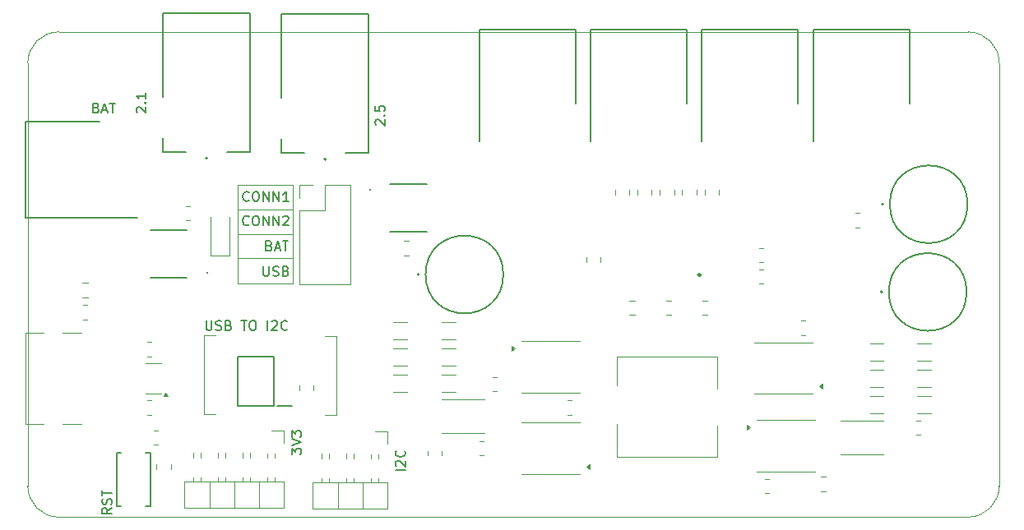
<source format=gbr>
%TF.GenerationSoftware,KiCad,Pcbnew,8.0.6*%
%TF.CreationDate,2026-01-03T17:25:48-08:00*%
%TF.ProjectId,USBPD_Board,55534250-445f-4426-9f61-72642e6b6963,A*%
%TF.SameCoordinates,PX5f5e100PY7270e00*%
%TF.FileFunction,Legend,Top*%
%TF.FilePolarity,Positive*%
%FSLAX46Y46*%
G04 Gerber Fmt 4.6, Leading zero omitted, Abs format (unit mm)*
G04 Created by KiCad (PCBNEW 8.0.6) date 2026-01-03 17:25:48*
%MOMM*%
%LPD*%
G01*
G04 APERTURE LIST*
%ADD10C,0.100000*%
%ADD11C,0.150000*%
%ADD12C,0.153000*%
%ADD13C,0.250000*%
%ADD14C,0.120000*%
%ADD15C,0.200000*%
%ADD16C,0.127000*%
%TA.AperFunction,Profile*%
%ADD17C,0.050000*%
%TD*%
G04 APERTURE END LIST*
D10*
X31750000Y10550000D02*
X30550000Y10550000D01*
X31750000Y10550000D02*
X31750000Y18650000D01*
X27300000Y29150000D02*
X21600000Y29150000D01*
X27300000Y24100000D02*
X27300000Y34200000D01*
X31750000Y18650000D02*
X30550000Y18650000D01*
X18100000Y10650000D02*
X19300000Y10650000D01*
X18100000Y18750000D02*
X18100000Y10650000D01*
X21600000Y24100000D02*
X27300000Y24100000D01*
X18100000Y18750000D02*
X19300000Y18750000D01*
X27300000Y26700000D02*
X21600000Y26700000D01*
X27300000Y31700000D02*
X21600000Y31700000D01*
X21600000Y34200000D02*
X21600000Y24100000D01*
X27300000Y34200000D02*
X21600000Y34200000D01*
D11*
X22761904Y30140420D02*
X22714285Y30092800D01*
X22714285Y30092800D02*
X22571428Y30045181D01*
X22571428Y30045181D02*
X22476190Y30045181D01*
X22476190Y30045181D02*
X22333333Y30092800D01*
X22333333Y30092800D02*
X22238095Y30188039D01*
X22238095Y30188039D02*
X22190476Y30283277D01*
X22190476Y30283277D02*
X22142857Y30473753D01*
X22142857Y30473753D02*
X22142857Y30616610D01*
X22142857Y30616610D02*
X22190476Y30807086D01*
X22190476Y30807086D02*
X22238095Y30902324D01*
X22238095Y30902324D02*
X22333333Y30997562D01*
X22333333Y30997562D02*
X22476190Y31045181D01*
X22476190Y31045181D02*
X22571428Y31045181D01*
X22571428Y31045181D02*
X22714285Y30997562D01*
X22714285Y30997562D02*
X22761904Y30949943D01*
X23380952Y31045181D02*
X23571428Y31045181D01*
X23571428Y31045181D02*
X23666666Y30997562D01*
X23666666Y30997562D02*
X23761904Y30902324D01*
X23761904Y30902324D02*
X23809523Y30711848D01*
X23809523Y30711848D02*
X23809523Y30378515D01*
X23809523Y30378515D02*
X23761904Y30188039D01*
X23761904Y30188039D02*
X23666666Y30092800D01*
X23666666Y30092800D02*
X23571428Y30045181D01*
X23571428Y30045181D02*
X23380952Y30045181D01*
X23380952Y30045181D02*
X23285714Y30092800D01*
X23285714Y30092800D02*
X23190476Y30188039D01*
X23190476Y30188039D02*
X23142857Y30378515D01*
X23142857Y30378515D02*
X23142857Y30711848D01*
X23142857Y30711848D02*
X23190476Y30902324D01*
X23190476Y30902324D02*
X23285714Y30997562D01*
X23285714Y30997562D02*
X23380952Y31045181D01*
X24238095Y30045181D02*
X24238095Y31045181D01*
X24238095Y31045181D02*
X24809523Y30045181D01*
X24809523Y30045181D02*
X24809523Y31045181D01*
X25285714Y30045181D02*
X25285714Y31045181D01*
X25285714Y31045181D02*
X25857142Y30045181D01*
X25857142Y30045181D02*
X25857142Y31045181D01*
X26285714Y30949943D02*
X26333333Y30997562D01*
X26333333Y30997562D02*
X26428571Y31045181D01*
X26428571Y31045181D02*
X26666666Y31045181D01*
X26666666Y31045181D02*
X26761904Y30997562D01*
X26761904Y30997562D02*
X26809523Y30949943D01*
X26809523Y30949943D02*
X26857142Y30854705D01*
X26857142Y30854705D02*
X26857142Y30759467D01*
X26857142Y30759467D02*
X26809523Y30616610D01*
X26809523Y30616610D02*
X26238095Y30045181D01*
X26238095Y30045181D02*
X26857142Y30045181D01*
D12*
X11249901Y41700001D02*
X11202282Y41747620D01*
X11202282Y41747620D02*
X11154663Y41842858D01*
X11154663Y41842858D02*
X11154663Y42080953D01*
X11154663Y42080953D02*
X11202282Y42176191D01*
X11202282Y42176191D02*
X11249901Y42223810D01*
X11249901Y42223810D02*
X11345139Y42271429D01*
X11345139Y42271429D02*
X11440377Y42271429D01*
X11440377Y42271429D02*
X11583234Y42223810D01*
X11583234Y42223810D02*
X12154663Y41652382D01*
X12154663Y41652382D02*
X12154663Y42271429D01*
X12059424Y42700001D02*
X12107044Y42747620D01*
X12107044Y42747620D02*
X12154663Y42700001D01*
X12154663Y42700001D02*
X12107044Y42652382D01*
X12107044Y42652382D02*
X12059424Y42700001D01*
X12059424Y42700001D02*
X12154663Y42700001D01*
X12154663Y43700000D02*
X12154663Y43128572D01*
X12154663Y43414286D02*
X11154663Y43414286D01*
X11154663Y43414286D02*
X11297520Y43319048D01*
X11297520Y43319048D02*
X11392758Y43223810D01*
X11392758Y43223810D02*
X11440377Y43128572D01*
D11*
X24861904Y27968991D02*
X25004761Y27921372D01*
X25004761Y27921372D02*
X25052380Y27873753D01*
X25052380Y27873753D02*
X25099999Y27778515D01*
X25099999Y27778515D02*
X25099999Y27635658D01*
X25099999Y27635658D02*
X25052380Y27540420D01*
X25052380Y27540420D02*
X25004761Y27492800D01*
X25004761Y27492800D02*
X24909523Y27445181D01*
X24909523Y27445181D02*
X24528571Y27445181D01*
X24528571Y27445181D02*
X24528571Y28445181D01*
X24528571Y28445181D02*
X24861904Y28445181D01*
X24861904Y28445181D02*
X24957142Y28397562D01*
X24957142Y28397562D02*
X25004761Y28349943D01*
X25004761Y28349943D02*
X25052380Y28254705D01*
X25052380Y28254705D02*
X25052380Y28159467D01*
X25052380Y28159467D02*
X25004761Y28064229D01*
X25004761Y28064229D02*
X24957142Y28016610D01*
X24957142Y28016610D02*
X24861904Y27968991D01*
X24861904Y27968991D02*
X24528571Y27968991D01*
X25480952Y27730896D02*
X25957142Y27730896D01*
X25385714Y27445181D02*
X25719047Y28445181D01*
X25719047Y28445181D02*
X26052380Y27445181D01*
X26242857Y28445181D02*
X26814285Y28445181D01*
X26528571Y27445181D02*
X26528571Y28445181D01*
X38854819Y4823811D02*
X37854819Y4823811D01*
X37950057Y5252382D02*
X37902438Y5300001D01*
X37902438Y5300001D02*
X37854819Y5395239D01*
X37854819Y5395239D02*
X37854819Y5633334D01*
X37854819Y5633334D02*
X37902438Y5728572D01*
X37902438Y5728572D02*
X37950057Y5776191D01*
X37950057Y5776191D02*
X38045295Y5823810D01*
X38045295Y5823810D02*
X38140533Y5823810D01*
X38140533Y5823810D02*
X38283390Y5776191D01*
X38283390Y5776191D02*
X38854819Y5204763D01*
X38854819Y5204763D02*
X38854819Y5823810D01*
X38759580Y6823810D02*
X38807200Y6776191D01*
X38807200Y6776191D02*
X38854819Y6633334D01*
X38854819Y6633334D02*
X38854819Y6538096D01*
X38854819Y6538096D02*
X38807200Y6395239D01*
X38807200Y6395239D02*
X38711961Y6300001D01*
X38711961Y6300001D02*
X38616723Y6252382D01*
X38616723Y6252382D02*
X38426247Y6204763D01*
X38426247Y6204763D02*
X38283390Y6204763D01*
X38283390Y6204763D02*
X38092914Y6252382D01*
X38092914Y6252382D02*
X37997676Y6300001D01*
X37997676Y6300001D02*
X37902438Y6395239D01*
X37902438Y6395239D02*
X37854819Y6538096D01*
X37854819Y6538096D02*
X37854819Y6633334D01*
X37854819Y6633334D02*
X37902438Y6776191D01*
X37902438Y6776191D02*
X37950057Y6823810D01*
D12*
X18357143Y20245337D02*
X18357143Y19435814D01*
X18357143Y19435814D02*
X18404762Y19340576D01*
X18404762Y19340576D02*
X18452381Y19292956D01*
X18452381Y19292956D02*
X18547619Y19245337D01*
X18547619Y19245337D02*
X18738095Y19245337D01*
X18738095Y19245337D02*
X18833333Y19292956D01*
X18833333Y19292956D02*
X18880952Y19340576D01*
X18880952Y19340576D02*
X18928571Y19435814D01*
X18928571Y19435814D02*
X18928571Y20245337D01*
X19357143Y19292956D02*
X19500000Y19245337D01*
X19500000Y19245337D02*
X19738095Y19245337D01*
X19738095Y19245337D02*
X19833333Y19292956D01*
X19833333Y19292956D02*
X19880952Y19340576D01*
X19880952Y19340576D02*
X19928571Y19435814D01*
X19928571Y19435814D02*
X19928571Y19531052D01*
X19928571Y19531052D02*
X19880952Y19626290D01*
X19880952Y19626290D02*
X19833333Y19673909D01*
X19833333Y19673909D02*
X19738095Y19721528D01*
X19738095Y19721528D02*
X19547619Y19769147D01*
X19547619Y19769147D02*
X19452381Y19816766D01*
X19452381Y19816766D02*
X19404762Y19864385D01*
X19404762Y19864385D02*
X19357143Y19959623D01*
X19357143Y19959623D02*
X19357143Y20054861D01*
X19357143Y20054861D02*
X19404762Y20150099D01*
X19404762Y20150099D02*
X19452381Y20197718D01*
X19452381Y20197718D02*
X19547619Y20245337D01*
X19547619Y20245337D02*
X19785714Y20245337D01*
X19785714Y20245337D02*
X19928571Y20197718D01*
X20690476Y19769147D02*
X20833333Y19721528D01*
X20833333Y19721528D02*
X20880952Y19673909D01*
X20880952Y19673909D02*
X20928571Y19578671D01*
X20928571Y19578671D02*
X20928571Y19435814D01*
X20928571Y19435814D02*
X20880952Y19340576D01*
X20880952Y19340576D02*
X20833333Y19292956D01*
X20833333Y19292956D02*
X20738095Y19245337D01*
X20738095Y19245337D02*
X20357143Y19245337D01*
X20357143Y19245337D02*
X20357143Y20245337D01*
X20357143Y20245337D02*
X20690476Y20245337D01*
X20690476Y20245337D02*
X20785714Y20197718D01*
X20785714Y20197718D02*
X20833333Y20150099D01*
X20833333Y20150099D02*
X20880952Y20054861D01*
X20880952Y20054861D02*
X20880952Y19959623D01*
X20880952Y19959623D02*
X20833333Y19864385D01*
X20833333Y19864385D02*
X20785714Y19816766D01*
X20785714Y19816766D02*
X20690476Y19769147D01*
X20690476Y19769147D02*
X20357143Y19769147D01*
X21976191Y20245337D02*
X22547619Y20245337D01*
X22261905Y19245337D02*
X22261905Y20245337D01*
X23071429Y20245337D02*
X23261905Y20245337D01*
X23261905Y20245337D02*
X23357143Y20197718D01*
X23357143Y20197718D02*
X23452381Y20102480D01*
X23452381Y20102480D02*
X23500000Y19912004D01*
X23500000Y19912004D02*
X23500000Y19578671D01*
X23500000Y19578671D02*
X23452381Y19388195D01*
X23452381Y19388195D02*
X23357143Y19292956D01*
X23357143Y19292956D02*
X23261905Y19245337D01*
X23261905Y19245337D02*
X23071429Y19245337D01*
X23071429Y19245337D02*
X22976191Y19292956D01*
X22976191Y19292956D02*
X22880953Y19388195D01*
X22880953Y19388195D02*
X22833334Y19578671D01*
X22833334Y19578671D02*
X22833334Y19912004D01*
X22833334Y19912004D02*
X22880953Y20102480D01*
X22880953Y20102480D02*
X22976191Y20197718D01*
X22976191Y20197718D02*
X23071429Y20245337D01*
X24690477Y19245337D02*
X24690477Y20245337D01*
X25119048Y20150099D02*
X25166667Y20197718D01*
X25166667Y20197718D02*
X25261905Y20245337D01*
X25261905Y20245337D02*
X25500000Y20245337D01*
X25500000Y20245337D02*
X25595238Y20197718D01*
X25595238Y20197718D02*
X25642857Y20150099D01*
X25642857Y20150099D02*
X25690476Y20054861D01*
X25690476Y20054861D02*
X25690476Y19959623D01*
X25690476Y19959623D02*
X25642857Y19816766D01*
X25642857Y19816766D02*
X25071429Y19245337D01*
X25071429Y19245337D02*
X25690476Y19245337D01*
X26690476Y19340576D02*
X26642857Y19292956D01*
X26642857Y19292956D02*
X26500000Y19245337D01*
X26500000Y19245337D02*
X26404762Y19245337D01*
X26404762Y19245337D02*
X26261905Y19292956D01*
X26261905Y19292956D02*
X26166667Y19388195D01*
X26166667Y19388195D02*
X26119048Y19483433D01*
X26119048Y19483433D02*
X26071429Y19673909D01*
X26071429Y19673909D02*
X26071429Y19816766D01*
X26071429Y19816766D02*
X26119048Y20007242D01*
X26119048Y20007242D02*
X26166667Y20102480D01*
X26166667Y20102480D02*
X26261905Y20197718D01*
X26261905Y20197718D02*
X26404762Y20245337D01*
X26404762Y20245337D02*
X26500000Y20245337D01*
X26500000Y20245337D02*
X26642857Y20197718D01*
X26642857Y20197718D02*
X26690476Y20150099D01*
D11*
X7061904Y42168991D02*
X7204761Y42121372D01*
X7204761Y42121372D02*
X7252380Y42073753D01*
X7252380Y42073753D02*
X7299999Y41978515D01*
X7299999Y41978515D02*
X7299999Y41835658D01*
X7299999Y41835658D02*
X7252380Y41740420D01*
X7252380Y41740420D02*
X7204761Y41692800D01*
X7204761Y41692800D02*
X7109523Y41645181D01*
X7109523Y41645181D02*
X6728571Y41645181D01*
X6728571Y41645181D02*
X6728571Y42645181D01*
X6728571Y42645181D02*
X7061904Y42645181D01*
X7061904Y42645181D02*
X7157142Y42597562D01*
X7157142Y42597562D02*
X7204761Y42549943D01*
X7204761Y42549943D02*
X7252380Y42454705D01*
X7252380Y42454705D02*
X7252380Y42359467D01*
X7252380Y42359467D02*
X7204761Y42264229D01*
X7204761Y42264229D02*
X7157142Y42216610D01*
X7157142Y42216610D02*
X7061904Y42168991D01*
X7061904Y42168991D02*
X6728571Y42168991D01*
X7680952Y41930896D02*
X8157142Y41930896D01*
X7585714Y41645181D02*
X7919047Y42645181D01*
X7919047Y42645181D02*
X8252380Y41645181D01*
X8442857Y42645181D02*
X9014285Y42645181D01*
X8728571Y41645181D02*
X8728571Y42645181D01*
D12*
X35849901Y40400001D02*
X35802282Y40447620D01*
X35802282Y40447620D02*
X35754663Y40542858D01*
X35754663Y40542858D02*
X35754663Y40780953D01*
X35754663Y40780953D02*
X35802282Y40876191D01*
X35802282Y40876191D02*
X35849901Y40923810D01*
X35849901Y40923810D02*
X35945139Y40971429D01*
X35945139Y40971429D02*
X36040377Y40971429D01*
X36040377Y40971429D02*
X36183234Y40923810D01*
X36183234Y40923810D02*
X36754663Y40352382D01*
X36754663Y40352382D02*
X36754663Y40971429D01*
X36659424Y41400001D02*
X36707044Y41447620D01*
X36707044Y41447620D02*
X36754663Y41400001D01*
X36754663Y41400001D02*
X36707044Y41352382D01*
X36707044Y41352382D02*
X36659424Y41400001D01*
X36659424Y41400001D02*
X36754663Y41400001D01*
X35754663Y42352381D02*
X35754663Y41876191D01*
X35754663Y41876191D02*
X36230853Y41828572D01*
X36230853Y41828572D02*
X36183234Y41876191D01*
X36183234Y41876191D02*
X36135615Y41971429D01*
X36135615Y41971429D02*
X36135615Y42209524D01*
X36135615Y42209524D02*
X36183234Y42304762D01*
X36183234Y42304762D02*
X36230853Y42352381D01*
X36230853Y42352381D02*
X36326091Y42400000D01*
X36326091Y42400000D02*
X36564186Y42400000D01*
X36564186Y42400000D02*
X36659424Y42352381D01*
X36659424Y42352381D02*
X36707044Y42304762D01*
X36707044Y42304762D02*
X36754663Y42209524D01*
X36754663Y42209524D02*
X36754663Y41971429D01*
X36754663Y41971429D02*
X36707044Y41876191D01*
X36707044Y41876191D02*
X36659424Y41828572D01*
X27154663Y6461906D02*
X27154663Y7080953D01*
X27154663Y7080953D02*
X27535615Y6747620D01*
X27535615Y6747620D02*
X27535615Y6890477D01*
X27535615Y6890477D02*
X27583234Y6985715D01*
X27583234Y6985715D02*
X27630853Y7033334D01*
X27630853Y7033334D02*
X27726091Y7080953D01*
X27726091Y7080953D02*
X27964186Y7080953D01*
X27964186Y7080953D02*
X28059424Y7033334D01*
X28059424Y7033334D02*
X28107044Y6985715D01*
X28107044Y6985715D02*
X28154663Y6890477D01*
X28154663Y6890477D02*
X28154663Y6604763D01*
X28154663Y6604763D02*
X28107044Y6509525D01*
X28107044Y6509525D02*
X28059424Y6461906D01*
X27154663Y7366668D02*
X28154663Y7700001D01*
X28154663Y7700001D02*
X27154663Y8033334D01*
X27154663Y8271430D02*
X27154663Y8890477D01*
X27154663Y8890477D02*
X27535615Y8557144D01*
X27535615Y8557144D02*
X27535615Y8700001D01*
X27535615Y8700001D02*
X27583234Y8795239D01*
X27583234Y8795239D02*
X27630853Y8842858D01*
X27630853Y8842858D02*
X27726091Y8890477D01*
X27726091Y8890477D02*
X27964186Y8890477D01*
X27964186Y8890477D02*
X28059424Y8842858D01*
X28059424Y8842858D02*
X28107044Y8795239D01*
X28107044Y8795239D02*
X28154663Y8700001D01*
X28154663Y8700001D02*
X28154663Y8414287D01*
X28154663Y8414287D02*
X28107044Y8319049D01*
X28107044Y8319049D02*
X28059424Y8271430D01*
D11*
X24238095Y25845181D02*
X24238095Y25035658D01*
X24238095Y25035658D02*
X24285714Y24940420D01*
X24285714Y24940420D02*
X24333333Y24892800D01*
X24333333Y24892800D02*
X24428571Y24845181D01*
X24428571Y24845181D02*
X24619047Y24845181D01*
X24619047Y24845181D02*
X24714285Y24892800D01*
X24714285Y24892800D02*
X24761904Y24940420D01*
X24761904Y24940420D02*
X24809523Y25035658D01*
X24809523Y25035658D02*
X24809523Y25845181D01*
X25238095Y24892800D02*
X25380952Y24845181D01*
X25380952Y24845181D02*
X25619047Y24845181D01*
X25619047Y24845181D02*
X25714285Y24892800D01*
X25714285Y24892800D02*
X25761904Y24940420D01*
X25761904Y24940420D02*
X25809523Y25035658D01*
X25809523Y25035658D02*
X25809523Y25130896D01*
X25809523Y25130896D02*
X25761904Y25226134D01*
X25761904Y25226134D02*
X25714285Y25273753D01*
X25714285Y25273753D02*
X25619047Y25321372D01*
X25619047Y25321372D02*
X25428571Y25368991D01*
X25428571Y25368991D02*
X25333333Y25416610D01*
X25333333Y25416610D02*
X25285714Y25464229D01*
X25285714Y25464229D02*
X25238095Y25559467D01*
X25238095Y25559467D02*
X25238095Y25654705D01*
X25238095Y25654705D02*
X25285714Y25749943D01*
X25285714Y25749943D02*
X25333333Y25797562D01*
X25333333Y25797562D02*
X25428571Y25845181D01*
X25428571Y25845181D02*
X25666666Y25845181D01*
X25666666Y25845181D02*
X25809523Y25797562D01*
X26571428Y25368991D02*
X26714285Y25321372D01*
X26714285Y25321372D02*
X26761904Y25273753D01*
X26761904Y25273753D02*
X26809523Y25178515D01*
X26809523Y25178515D02*
X26809523Y25035658D01*
X26809523Y25035658D02*
X26761904Y24940420D01*
X26761904Y24940420D02*
X26714285Y24892800D01*
X26714285Y24892800D02*
X26619047Y24845181D01*
X26619047Y24845181D02*
X26238095Y24845181D01*
X26238095Y24845181D02*
X26238095Y25845181D01*
X26238095Y25845181D02*
X26571428Y25845181D01*
X26571428Y25845181D02*
X26666666Y25797562D01*
X26666666Y25797562D02*
X26714285Y25749943D01*
X26714285Y25749943D02*
X26761904Y25654705D01*
X26761904Y25654705D02*
X26761904Y25559467D01*
X26761904Y25559467D02*
X26714285Y25464229D01*
X26714285Y25464229D02*
X26666666Y25416610D01*
X26666666Y25416610D02*
X26571428Y25368991D01*
X26571428Y25368991D02*
X26238095Y25368991D01*
X22761904Y32640420D02*
X22714285Y32592800D01*
X22714285Y32592800D02*
X22571428Y32545181D01*
X22571428Y32545181D02*
X22476190Y32545181D01*
X22476190Y32545181D02*
X22333333Y32592800D01*
X22333333Y32592800D02*
X22238095Y32688039D01*
X22238095Y32688039D02*
X22190476Y32783277D01*
X22190476Y32783277D02*
X22142857Y32973753D01*
X22142857Y32973753D02*
X22142857Y33116610D01*
X22142857Y33116610D02*
X22190476Y33307086D01*
X22190476Y33307086D02*
X22238095Y33402324D01*
X22238095Y33402324D02*
X22333333Y33497562D01*
X22333333Y33497562D02*
X22476190Y33545181D01*
X22476190Y33545181D02*
X22571428Y33545181D01*
X22571428Y33545181D02*
X22714285Y33497562D01*
X22714285Y33497562D02*
X22761904Y33449943D01*
X23380952Y33545181D02*
X23571428Y33545181D01*
X23571428Y33545181D02*
X23666666Y33497562D01*
X23666666Y33497562D02*
X23761904Y33402324D01*
X23761904Y33402324D02*
X23809523Y33211848D01*
X23809523Y33211848D02*
X23809523Y32878515D01*
X23809523Y32878515D02*
X23761904Y32688039D01*
X23761904Y32688039D02*
X23666666Y32592800D01*
X23666666Y32592800D02*
X23571428Y32545181D01*
X23571428Y32545181D02*
X23380952Y32545181D01*
X23380952Y32545181D02*
X23285714Y32592800D01*
X23285714Y32592800D02*
X23190476Y32688039D01*
X23190476Y32688039D02*
X23142857Y32878515D01*
X23142857Y32878515D02*
X23142857Y33211848D01*
X23142857Y33211848D02*
X23190476Y33402324D01*
X23190476Y33402324D02*
X23285714Y33497562D01*
X23285714Y33497562D02*
X23380952Y33545181D01*
X24238095Y32545181D02*
X24238095Y33545181D01*
X24238095Y33545181D02*
X24809523Y32545181D01*
X24809523Y32545181D02*
X24809523Y33545181D01*
X25285714Y32545181D02*
X25285714Y33545181D01*
X25285714Y33545181D02*
X25857142Y32545181D01*
X25857142Y32545181D02*
X25857142Y33545181D01*
X26857142Y32545181D02*
X26285714Y32545181D01*
X26571428Y32545181D02*
X26571428Y33545181D01*
X26571428Y33545181D02*
X26476190Y33402324D01*
X26476190Y33402324D02*
X26380952Y33307086D01*
X26380952Y33307086D02*
X26285714Y33259467D01*
D12*
X8654663Y952381D02*
X8178472Y619048D01*
X8654663Y380953D02*
X7654663Y380953D01*
X7654663Y380953D02*
X7654663Y761905D01*
X7654663Y761905D02*
X7702282Y857143D01*
X7702282Y857143D02*
X7749901Y904762D01*
X7749901Y904762D02*
X7845139Y952381D01*
X7845139Y952381D02*
X7987996Y952381D01*
X7987996Y952381D02*
X8083234Y904762D01*
X8083234Y904762D02*
X8130853Y857143D01*
X8130853Y857143D02*
X8178472Y761905D01*
X8178472Y761905D02*
X8178472Y380953D01*
X8607044Y1333334D02*
X8654663Y1476191D01*
X8654663Y1476191D02*
X8654663Y1714286D01*
X8654663Y1714286D02*
X8607044Y1809524D01*
X8607044Y1809524D02*
X8559424Y1857143D01*
X8559424Y1857143D02*
X8464186Y1904762D01*
X8464186Y1904762D02*
X8368948Y1904762D01*
X8368948Y1904762D02*
X8273710Y1857143D01*
X8273710Y1857143D02*
X8226091Y1809524D01*
X8226091Y1809524D02*
X8178472Y1714286D01*
X8178472Y1714286D02*
X8130853Y1523810D01*
X8130853Y1523810D02*
X8083234Y1428572D01*
X8083234Y1428572D02*
X8035615Y1380953D01*
X8035615Y1380953D02*
X7940377Y1333334D01*
X7940377Y1333334D02*
X7845139Y1333334D01*
X7845139Y1333334D02*
X7749901Y1380953D01*
X7749901Y1380953D02*
X7702282Y1428572D01*
X7702282Y1428572D02*
X7654663Y1523810D01*
X7654663Y1523810D02*
X7654663Y1761905D01*
X7654663Y1761905D02*
X7702282Y1904762D01*
X7654663Y2190477D02*
X7654663Y2761905D01*
X8654663Y2476191D02*
X7654663Y2476191D01*
D13*
%TO.C,SMPS1*%
X69250000Y24950000D02*
G75*
G02*
X69000000Y24950000I-125000J0D01*
G01*
X69000000Y24950000D02*
G75*
G02*
X69250000Y24950000I125000J0D01*
G01*
D14*
%TO.C,C32*%
X60465000Y33188748D02*
X60465000Y33711252D01*
X61935000Y33188748D02*
X61935000Y33711252D01*
D15*
%TO.C,C35*%
X88087500Y32237500D02*
G75*
G02*
X87887500Y32237500I-100000J0D01*
G01*
X87887500Y32237500D02*
G75*
G02*
X88087500Y32237500I100000J0D01*
G01*
D16*
X96737500Y32237500D02*
G75*
G02*
X88737500Y32237500I-4000000J0D01*
G01*
X88737500Y32237500D02*
G75*
G02*
X96737500Y32237500I4000000J0D01*
G01*
D14*
%TO.C,C37*%
X67365000Y33188748D02*
X67365000Y33711252D01*
X68835000Y33188748D02*
X68835000Y33711252D01*
D15*
%TO.C,JST2*%
X57950000Y50250000D02*
X57950000Y38750000D01*
X67850000Y50250000D02*
X57950000Y50250000D01*
X67850000Y42650000D02*
X67850000Y50250000D01*
D14*
%TO.C,C58*%
X88111252Y17910000D02*
X86688748Y17910000D01*
X88111252Y16090000D02*
X86688748Y16090000D01*
%TO.C,R32*%
X46927064Y7835000D02*
X46472936Y7835000D01*
X46927064Y6365000D02*
X46472936Y6365000D01*
%TO.C,C38*%
X62765000Y33188748D02*
X62765000Y33711252D01*
X64235000Y33188748D02*
X64235000Y33711252D01*
%TO.C,C42*%
X42588748Y20110000D02*
X44011252Y20110000D01*
X42588748Y18290000D02*
X44011252Y18290000D01*
D15*
%TO.C,M3*%
X16400000Y29550000D02*
X12600000Y29550000D01*
X16400000Y24650000D02*
X12600000Y24650000D01*
D10*
X18400000Y25195000D02*
X18400000Y25195000D01*
X18500000Y25195000D02*
X18500000Y25195000D01*
X18400000Y25195000D02*
G75*
G02*
X18500000Y25195000I50000J0D01*
G01*
X18500000Y25195000D02*
G75*
G02*
X18400000Y25195000I-50000J0D01*
G01*
D15*
%TO.C,C51*%
X87987500Y23200000D02*
G75*
G02*
X87787500Y23200000I-100000J0D01*
G01*
X87787500Y23200000D02*
G75*
G02*
X87987500Y23200000I100000J0D01*
G01*
D16*
X96637500Y23200000D02*
G75*
G02*
X88637500Y23200000I-4000000J0D01*
G01*
X88637500Y23200000D02*
G75*
G02*
X96637500Y23200000I4000000J0D01*
G01*
D14*
%TO.C,R36*%
X81672936Y4135000D02*
X82127064Y4135000D01*
X81672936Y2665000D02*
X82127064Y2665000D01*
%TO.C,D3*%
X18800000Y26940000D02*
X18800000Y30950000D01*
X18800000Y26940000D02*
X20800000Y26940000D01*
X20800000Y26940000D02*
X20800000Y30950000D01*
%TO.C,R41*%
X48277064Y14435000D02*
X47822936Y14435000D01*
X48277064Y12965000D02*
X47822936Y12965000D01*
%TO.C,C59*%
X91563748Y17910000D02*
X92986252Y17910000D01*
X91563748Y16090000D02*
X92986252Y16090000D01*
D15*
%TO.C,JST1*%
X46500000Y50250000D02*
X46500000Y38750000D01*
X56400000Y50250000D02*
X46500000Y50250000D01*
X56400000Y42650000D02*
X56400000Y50250000D01*
D14*
%TO.C,C36*%
X65065000Y33188748D02*
X65065000Y33711252D01*
X66535000Y33188748D02*
X66535000Y33711252D01*
%TO.C,R40*%
X56014564Y12015000D02*
X55560436Y12015000D01*
X56014564Y10545000D02*
X55560436Y10545000D01*
%TO.C,C56*%
X91563748Y12510000D02*
X92986252Y12510000D01*
X91563748Y10690000D02*
X92986252Y10690000D01*
D15*
%TO.C,IC1*%
X21650000Y16500000D02*
X25350000Y16500000D01*
X21650000Y11500000D02*
X21650000Y16500000D01*
X25350000Y16500000D02*
X25350000Y11500000D01*
X25350000Y11500000D02*
X21650000Y11500000D01*
X27175000Y11475000D02*
X25700000Y11475000D01*
D14*
%TO.C,R65*%
X75272936Y27735000D02*
X75727064Y27735000D01*
X75272936Y26265000D02*
X75727064Y26265000D01*
%TO.C,C3*%
X27965000Y13038748D02*
X27965000Y13561252D01*
X29435000Y13038748D02*
X29435000Y13561252D01*
%TO.C,R7*%
X12272936Y12035000D02*
X12727064Y12035000D01*
X12272936Y10565000D02*
X12727064Y10565000D01*
D10*
%TO.C,L2*%
X60650000Y16550000D02*
X70950000Y16550000D01*
X60650000Y13600000D02*
X60650000Y16550000D01*
X60650000Y9600000D02*
X60650000Y6250000D01*
X60650000Y6250000D02*
X71000000Y6200000D01*
X70950000Y16550000D02*
X70950000Y13200000D01*
X71000000Y6200000D02*
X70950000Y9400000D01*
D14*
%TO.C,C55*%
X88111252Y12510000D02*
X86688748Y12510000D01*
X88111252Y10690000D02*
X86688748Y10690000D01*
%TO.C,R29*%
X85172936Y31335000D02*
X85627064Y31335000D01*
X85172936Y29865000D02*
X85627064Y29865000D01*
%TO.C,J10*%
X27995000Y34230000D02*
X29325000Y34230000D01*
X27995000Y32900000D02*
X27995000Y34230000D01*
X27995000Y31630000D02*
X27995000Y23950000D01*
X27995000Y31630000D02*
X30595000Y31630000D01*
X27995000Y23950000D02*
X33195000Y23950000D01*
X30595000Y34230000D02*
X33195000Y34230000D01*
X30595000Y31630000D02*
X30595000Y34230000D01*
X33195000Y34230000D02*
X33195000Y23950000D01*
D15*
%TO.C,JST5*%
X-250000Y40750000D02*
X-250000Y30850000D01*
X-250000Y30850000D02*
X11250000Y30850000D01*
X7350000Y40750000D02*
X-250000Y40750000D01*
D14*
%TO.C,R27*%
X13427064Y8935000D02*
X12972936Y8935000D01*
X13427064Y7465000D02*
X12972936Y7465000D01*
%TO.C,C60*%
X91563748Y15210000D02*
X92986252Y15210000D01*
X91563748Y13390000D02*
X92986252Y13390000D01*
D10*
%TO.C,M1*%
X35170000Y33740000D02*
X35170000Y33740000D01*
X35270000Y33740000D02*
X35270000Y33740000D01*
D15*
X37270000Y34285000D02*
X41070000Y34285000D01*
X37270000Y29385000D02*
X41070000Y29385000D01*
D10*
X35170000Y33740000D02*
G75*
G02*
X35270000Y33740000I50000J0D01*
G01*
X35270000Y33740000D02*
G75*
G02*
X35170000Y33740000I-50000J0D01*
G01*
D14*
%TO.C,R39*%
X6127064Y21835000D02*
X5672936Y21835000D01*
X6127064Y20365000D02*
X5672936Y20365000D01*
%TO.C,C1*%
X39261252Y28435000D02*
X38738748Y28435000D01*
X39261252Y26965000D02*
X38738748Y26965000D01*
D15*
%TO.C,JST3*%
X69400000Y50250000D02*
X69400000Y38750000D01*
X79300000Y50250000D02*
X69400000Y50250000D01*
X79300000Y42650000D02*
X79300000Y50250000D01*
D14*
%TO.C,MS1*%
X50820000Y9745000D02*
X56820000Y9745000D01*
X50820000Y4420000D02*
X56820000Y4420000D01*
X57836827Y4955000D02*
X57506827Y5195000D01*
X57836827Y5435000D01*
X57836827Y4955000D01*
G36*
X57836827Y4955000D02*
G01*
X57506827Y5195000D01*
X57836827Y5435000D01*
X57836827Y4955000D01*
G37*
%TO.C,U2*%
X12900000Y15860000D02*
X12100000Y15860000D01*
X12900000Y15860000D02*
X13700000Y15860000D01*
X12900000Y12740000D02*
X12100000Y12740000D01*
X12900000Y12740000D02*
X13700000Y12740000D01*
X14440000Y12460000D02*
X13960000Y12460000D01*
X14200000Y12790000D01*
X14440000Y12460000D01*
G36*
X14440000Y12460000D02*
G01*
X13960000Y12460000D01*
X14200000Y12790000D01*
X14440000Y12460000D01*
G37*
%TO.C,C30*%
X13265000Y4938748D02*
X13265000Y5461252D01*
X14735000Y4938748D02*
X14735000Y5461252D01*
%TO.C,C39*%
X39036252Y14710000D02*
X37613748Y14710000D01*
X39036252Y12890000D02*
X37613748Y12890000D01*
%TO.C,C44*%
X42613748Y14710000D02*
X44036252Y14710000D01*
X42613748Y12890000D02*
X44036252Y12890000D01*
%TO.C,J1*%
X16090000Y3660000D02*
X16090000Y1000000D01*
X16090000Y1000000D02*
X26370000Y1000000D01*
X17040000Y6597071D02*
X17040000Y6142929D01*
X17040000Y4057071D02*
X17040000Y3660000D01*
X17800000Y6597071D02*
X17800000Y6142929D01*
X17800000Y4057071D02*
X17800000Y3660000D01*
X18690000Y3660000D02*
X18690000Y1000000D01*
X19580000Y6597071D02*
X19580000Y6142929D01*
X19580000Y4057071D02*
X19580000Y3660000D01*
X20340000Y6597071D02*
X20340000Y6142929D01*
X20340000Y4057071D02*
X20340000Y3660000D01*
X21230000Y3660000D02*
X21230000Y1000000D01*
X22120000Y6597071D02*
X22120000Y6142929D01*
X22120000Y4057071D02*
X22120000Y3660000D01*
X22880000Y6597071D02*
X22880000Y6142929D01*
X22880000Y4057071D02*
X22880000Y3660000D01*
X23770000Y3660000D02*
X23770000Y1000000D01*
X24660000Y6530000D02*
X24660000Y6142929D01*
X24660000Y4057071D02*
X24660000Y3660000D01*
X25040000Y8910000D02*
X26310000Y8910000D01*
X25420000Y6530000D02*
X25420000Y6142929D01*
X25420000Y4057071D02*
X25420000Y3660000D01*
X26310000Y8910000D02*
X26310000Y7640000D01*
X26370000Y3660000D02*
X16090000Y3660000D01*
X26370000Y1000000D02*
X26370000Y3660000D01*
D15*
%TO.C,U6*%
X9150000Y6650000D02*
X9150000Y1100000D01*
X9150000Y6650000D02*
X9615800Y6650000D01*
X9150000Y1100000D02*
X9615800Y1100000D01*
X12632900Y6650000D02*
X12167100Y6650000D01*
X12632900Y1100000D02*
X12167100Y1100000D01*
X12632900Y1100000D02*
X12632900Y6650000D01*
D14*
%TO.C,C40*%
X39036252Y17410000D02*
X37613748Y17410000D01*
X39036252Y15590000D02*
X37613748Y15590000D01*
D15*
%TO.C,JST4*%
X80850000Y50250000D02*
X80850000Y38750000D01*
X90750000Y50250000D02*
X80850000Y50250000D01*
X90750000Y42650000D02*
X90750000Y50250000D01*
D14*
%TO.C,C54*%
X6161252Y24135000D02*
X5638748Y24135000D01*
X6161252Y22665000D02*
X5638748Y22665000D01*
%TO.C,R35*%
X83685436Y9910000D02*
X88039564Y9910000D01*
X83685436Y6490000D02*
X88039564Y6490000D01*
%TO.C,MS4*%
X74820000Y18015000D02*
X80820000Y18015000D01*
X74820000Y12690000D02*
X80820000Y12690000D01*
X81836827Y13225000D02*
X81506827Y13465000D01*
X81836827Y13705000D01*
X81836827Y13225000D01*
G36*
X81836827Y13225000D02*
G01*
X81506827Y13465000D01*
X81836827Y13705000D01*
X81836827Y13225000D01*
G37*
%TO.C,C34*%
X66211252Y22335000D02*
X65688748Y22335000D01*
X66211252Y20865000D02*
X65688748Y20865000D01*
%TO.C,C43*%
X42613748Y17410000D02*
X44036252Y17410000D01*
X42613748Y15590000D02*
X44036252Y15590000D01*
%TO.C,R22*%
X16272936Y32035000D02*
X16727064Y32035000D01*
X16272936Y30565000D02*
X16727064Y30565000D01*
%TO.C,R31*%
X41165000Y6827064D02*
X41165000Y6372936D01*
X42635000Y6827064D02*
X42635000Y6372936D01*
%TO.C,R8*%
X12272936Y18035000D02*
X12727064Y18035000D01*
X12272936Y16565000D02*
X12727064Y16565000D01*
%TO.C,C33*%
X69438748Y22335000D02*
X69961252Y22335000D01*
X69438748Y20865000D02*
X69961252Y20865000D01*
%TO.C,R43*%
X80027064Y20235000D02*
X79572936Y20235000D01*
X80027064Y18765000D02*
X79572936Y18765000D01*
%TO.C,C50*%
X69665000Y33238748D02*
X69665000Y33761252D01*
X71135000Y33238748D02*
X71135000Y33761252D01*
D15*
%TO.C,C45*%
X40300000Y25000000D02*
G75*
G02*
X40100000Y25000000I-100000J0D01*
G01*
X40100000Y25000000D02*
G75*
G02*
X40300000Y25000000I100000J0D01*
G01*
D16*
X48950000Y25000000D02*
G75*
G02*
X40950000Y25000000I-4000000J0D01*
G01*
X40950000Y25000000D02*
G75*
G02*
X48950000Y25000000I4000000J0D01*
G01*
%TO.C,CONN1*%
X13900000Y51937500D02*
X13900000Y43307500D01*
X13900000Y51937500D02*
X22900000Y51937500D01*
X13900000Y37637500D02*
X13900000Y39067500D01*
X16280000Y37637500D02*
X13900000Y37637500D01*
X22900000Y51937500D02*
X22900000Y37637500D01*
X22900000Y37637500D02*
X20520000Y37637500D01*
D15*
X18500000Y36987500D02*
G75*
G02*
X18300000Y36987500I-100000J0D01*
G01*
X18300000Y36987500D02*
G75*
G02*
X18500000Y36987500I100000J0D01*
G01*
D14*
%TO.C,C57*%
X88111252Y15210000D02*
X86688748Y15210000D01*
X88111252Y13390000D02*
X86688748Y13390000D01*
%TO.C,R33*%
X42622936Y12110000D02*
X46977064Y12110000D01*
X42622936Y8690000D02*
X46977064Y8690000D01*
%TO.C,C2*%
X62461252Y22335000D02*
X61938748Y22335000D01*
X62461252Y20865000D02*
X61938748Y20865000D01*
%TO.C,C41*%
X39036252Y20110000D02*
X37613748Y20110000D01*
X39036252Y18290000D02*
X37613748Y18290000D01*
D16*
%TO.C,CONN2*%
X26100000Y51837500D02*
X26100000Y43207500D01*
X26100000Y51837500D02*
X35100000Y51837500D01*
X26100000Y37537500D02*
X26100000Y38967500D01*
X28480000Y37537500D02*
X26100000Y37537500D01*
X35100000Y51837500D02*
X35100000Y37537500D01*
X35100000Y37537500D02*
X32720000Y37537500D01*
D15*
X30700000Y36887500D02*
G75*
G02*
X30500000Y36887500I-100000J0D01*
G01*
X30500000Y36887500D02*
G75*
G02*
X30700000Y36887500I100000J0D01*
G01*
D14*
%TO.C,MS3*%
X81030000Y10050000D02*
X75030000Y10050000D01*
X81030000Y4725000D02*
X75030000Y4725000D01*
X74343173Y9275000D02*
X74013173Y9035000D01*
X74013173Y9515000D01*
X74343173Y9275000D01*
G36*
X74343173Y9275000D02*
G01*
X74013173Y9035000D01*
X74013173Y9515000D01*
X74343173Y9275000D01*
G37*
%TO.C,J3*%
X-250000Y18990000D02*
X-250000Y9590000D01*
X1650000Y18990000D02*
X-250000Y18990000D01*
X1650000Y9590000D02*
X-250000Y9590000D01*
X5550000Y18990000D02*
X3550000Y18990000D01*
X5550000Y9590000D02*
X3550000Y9590000D01*
%TO.C,J6*%
X29315000Y3570000D02*
X29315000Y910000D01*
X29315000Y910000D02*
X37055000Y910000D01*
X30265000Y6507071D02*
X30265000Y6052929D01*
X30265000Y3967071D02*
X30265000Y3570000D01*
X31025000Y6507071D02*
X31025000Y6052929D01*
X31025000Y3967071D02*
X31025000Y3570000D01*
X31915000Y3570000D02*
X31915000Y910000D01*
X32805000Y6507071D02*
X32805000Y6052929D01*
X32805000Y3967071D02*
X32805000Y3570000D01*
X33565000Y6507071D02*
X33565000Y6052929D01*
X33565000Y3967071D02*
X33565000Y3570000D01*
X34455000Y3570000D02*
X34455000Y910000D01*
X35345000Y6440000D02*
X35345000Y6052929D01*
X35345000Y3967071D02*
X35345000Y3570000D01*
X35725000Y8820000D02*
X36995000Y8820000D01*
X36105000Y6440000D02*
X36105000Y6052929D01*
X36105000Y3967071D02*
X36105000Y3570000D01*
X36995000Y8820000D02*
X36995000Y7550000D01*
X37055000Y3570000D02*
X29315000Y3570000D01*
X37055000Y910000D02*
X37055000Y3570000D01*
%TO.C,MS2*%
X56830000Y18170000D02*
X50830000Y18170000D01*
X56830000Y12845000D02*
X50830000Y12845000D01*
X50143173Y17395000D02*
X49813173Y17155000D01*
X49813173Y17635000D01*
X50143173Y17395000D01*
G36*
X50143173Y17395000D02*
G01*
X49813173Y17155000D01*
X49813173Y17635000D01*
X50143173Y17395000D01*
G37*
%TO.C,R4*%
X75727064Y25535000D02*
X75272936Y25535000D01*
X75727064Y24065000D02*
X75272936Y24065000D01*
%TO.C,R42*%
X75847936Y3935000D02*
X76302064Y3935000D01*
X75847936Y2465000D02*
X76302064Y2465000D01*
%TO.C,R34*%
X91447936Y9935000D02*
X91902064Y9935000D01*
X91447936Y8465000D02*
X91902064Y8465000D01*
%TO.C,C6*%
X57465000Y26761252D02*
X57465000Y26238748D01*
X58935000Y26761252D02*
X58935000Y26238748D01*
%TD*%
D17*
X100000000Y46800000D02*
X100000000Y3200000D01*
X0Y46800000D02*
X0Y3200000D01*
X96800000Y50000000D02*
X3200000Y50000000D01*
X96800000Y50000000D02*
G75*
G02*
X100000000Y46800000I-100J-3200100D01*
G01*
X100000000Y3200000D02*
G75*
G02*
X96800000Y0I-3200000J0D01*
G01*
X0Y46800000D02*
G75*
G02*
X3200000Y50000000I3200000J0D01*
G01*
X3200000Y0D02*
G75*
G02*
X0Y3200000I0J3200000D01*
G01*
X3200000Y0D02*
X96800000Y0D01*
M02*

</source>
